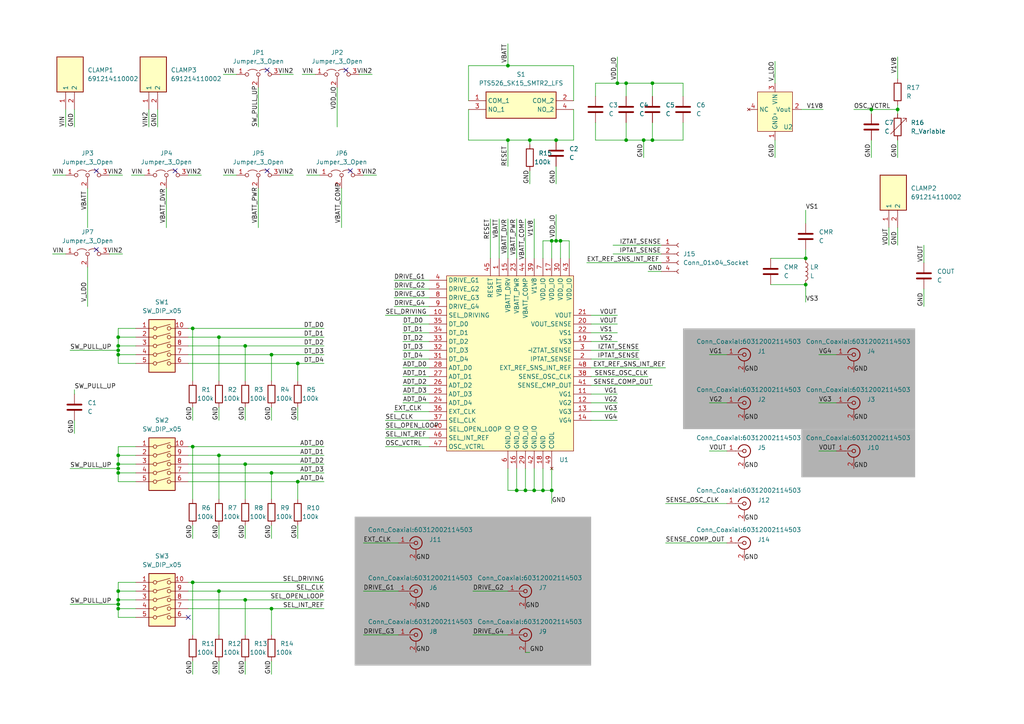
<source format=kicad_sch>
(kicad_sch (version 20230121) (generator eeschema)
  (paper "A4")
  (lib_symbols
    (symbol "Connector:Conn_01x04_Socket" (pin_names (offset 1.016) hide)
      (property "Reference" "J" (at 0 5.08 0))
      (property "Value" "Conn_01x04_Socket" (at 0 -7.62 0))
      (symbol "Conn_01x04_Socket_1_1"
        (arc (start 0 -4.572) (mid -0.5058 -5.08) (end 0 -5.588) (stroke (width 0.1524)))
        (arc (start 0 -2.032) (mid -0.5058 -2.54) (end 0 -3.048) (stroke (width 0.1524)))
        (polyline (pts (xy -1.27 -5.08) (xy -0.508 -5.08)) (stroke (width 0.1524)))
        (polyline (pts (xy -1.27 -2.54) (xy -0.508 -2.54)) (stroke (width 0.1524)))
        (polyline (pts (xy -1.27 0) (xy -0.508 0)) (stroke (width 0.1524)))
        (polyline (pts (xy -1.27 2.54) (xy -0.508 2.54)) (stroke (width 0.1524)))
        (arc (start 0 0.508) (mid -0.5058 0) (end 0 -0.508) (stroke (width 0.1524)))
        (arc (start 0 3.048) (mid -0.5058 2.54) (end 0 2.032) (stroke (width 0.1524)))
        (pin passive line (at -5.08 2.54 0) (length 3.81) (name "Pin_1") (number "1"))
        (pin passive line (at -5.08 0 0) (length 3.81) (name "Pin_2") (number "2"))
        (pin passive line (at -5.08 -2.54 0) (length 3.81) (name "Pin_3") (number "3"))
        (pin passive line (at -5.08 -5.08 0) (length 3.81) (name "Pin_4") (number "4"))
      )
    )
    (symbol "Connector:Conn_Coaxial" (pin_names (offset 1.016) hide)
      (property "Reference" "J" (at 0.254 3.048 0))
      (property "Value" "Conn_Coaxial" (at 2.921 0 90))
      (symbol "Conn_Coaxial_0_1"
        (arc (start -1.778 -0.508) (mid 0.2311 -1.8066) (end 1.778 0) (stroke (width 0.254)))
        (polyline (pts (xy -2.54 0) (xy -0.508 0)))
        (polyline (pts (xy 0 -2.54) (xy 0 -1.778)))
        (circle (center 0 0) (radius 0.508) (stroke (width 0.2032)))
        (arc (start 1.778 0) (mid 0.2099 1.8101) (end -1.778 0.508) (stroke (width 0.254)))
      )
      (symbol "Conn_Coaxial_1_1"
        (pin passive line (at -5.08 0 0) (length 2.54) (name "In") (number "1"))
        (pin passive line (at 0 -5.08 90) (length 2.54) (name "Ext") (number "2"))
      )
    )
    (symbol "Device:C" (pin_numbers hide) (pin_names (offset 0.254))
      (property "Reference" "C" (at 0.635 2.54 0))
      (property "Value" "C" (at 0.635 -2.54 0))
      (symbol "C_0_1"
        (polyline (pts (xy -2.032 -0.762) (xy 2.032 -0.762)) (stroke (width 0.508)))
        (polyline (pts (xy -2.032 0.762) (xy 2.032 0.762)) (stroke (width 0.508)))
      )
      (symbol "C_1_1"
        (pin passive line (at 0 3.81 270) (length 2.794) (name "~") (number "1"))
        (pin passive line (at 0 -3.81 90) (length 2.794) (name "~") (number "2"))
      )
    )
    (symbol "Device:L" (pin_numbers hide) (pin_names (offset 1.016) hide)
      (property "Reference" "L" (at -1.27 0 90))
      (property "Value" "L" (at 1.905 0 90))
      (symbol "L_0_1"
        (arc (start 0 -2.54) (mid 0.6323 -1.905) (end 0 -1.27))
        (arc (start 0 -1.27) (mid 0.6323 -0.635) (end 0 0))
        (arc (start 0 0) (mid 0.6323 0.635) (end 0 1.27))
        (arc (start 0 1.27) (mid 0.6323 1.905) (end 0 2.54))
      )
      (symbol "L_1_1"
        (pin passive line (at 0 3.81 270) (length 1.27) (name "1") (number "1"))
        (pin passive line (at 0 -3.81 90) (length 1.27) (name "2") (number "2"))
      )
    )
    (symbol "Device:R" (pin_numbers hide) (pin_names (offset 0))
      (property "Reference" "R" (at 2.032 0 90))
      (property "Value" "R" (at 0 0 90))
      (symbol "R_0_1"
        (rectangle (start -1.016 -2.54) (end 1.016 2.54) (stroke (width 0.254)))
      )
      (symbol "R_1_1"
        (pin passive line (at 0 3.81 270) (length 1.27) (name "~") (number "1"))
        (pin passive line (at 0 -3.81 90) (length 1.27) (name "~") (number "2"))
      )
    )
    (symbol "Device:R_Variable" (pin_numbers hide) (pin_names (offset 0))
      (property "Reference" "R" (at 2.54 -2.54 90))
      (property "Value" "R_Variable" (at -2.54 -1.27 90))
      (symbol "R_Variable_0_1"
        (rectangle (start -1.016 -2.54) (end 1.016 2.54) (stroke (width 0.254)))
        (polyline (pts (xy 2.54 1.524) (xy 2.54 2.54) (xy 1.524 2.54) (xy 2.54 2.54) (xy -2.032 -2.032)))
      )
      (symbol "R_Variable_1_1"
        (pin passive line (at 0 3.81 270) (length 1.27) (name "~") (number "1"))
        (pin passive line (at 0 -3.81 90) (length 1.27) (name "~") (number "2"))
      )
    )
    (symbol "Jumper:Jumper_3_Open" (pin_names (offset 0) hide)
      (property "Reference" "JP" (at -2.54 -2.54 0))
      (property "Value" "Jumper_3_Open" (at 0 2.794 0))
      (symbol "Jumper_3_Open_0_0"
        (circle (center -3.302 0) (radius 0.508))
        (circle (center 0 0) (radius 0.508))
        (circle (center 3.302 0) (radius 0.508))
      )
      (symbol "Jumper_3_Open_0_1"
        (arc (start -0.254 1.016) (mid -1.651 1.4992) (end -3.048 1.016))
        (polyline (pts (xy 0 -0.508) (xy 0 -1.27)))
        (arc (start 3.048 1.016) (mid 1.651 1.4992) (end 0.254 1.016))
      )
      (symbol "Jumper_3_Open_1_1"
        (pin passive line (at -6.35 0 0) (length 2.54) (name "A") (number "1"))
        (pin passive line (at 0 -3.81 90) (length 2.54) (name "C") (number "2"))
        (pin passive line (at 6.35 0 180) (length 2.54) (name "B") (number "3"))
      )
    )
    (symbol "LCL:LD1117AS18TR"
      (property "Reference" "U" (at 3.81 -3.81 0))
      (symbol "LD1117AS18TR_1_1"
        (rectangle (start -5.08 6.35) (end 5.08 -5.08) (fill (type background)))
        (pin input line (at 0 -7.62 90) (length 2.54) (name "GND") (number "1"))
        (pin input line (at 7.62 1.27 180) (length 2.54) (name "Vout") (number "2"))
        (pin input line (at 0 8.89 270) (length 2.54) (name "VIN") (number "3"))
        (pin no_connect line (at -7.62 1.27 0) (length 2.54) (name "NC") (number "4"))
      )
    )
    (symbol "LCL:STMKL85"
      (property "Reference" "U" (at 5.08 0 0))
      (symbol "STMKL85_1_1"
        (rectangle (start -19.05 21.59) (end 17.78 -29.21) (fill (type background)))
        (pin power_in line (at -3.81 26.67 270) (length 5.08) (name "VBATT") (number "1"))
        (pin input line (at -24.13 10.16 0) (length 5.08) (name "SEL_DRIVING") (number "10"))
        (pin input line (at 22.86 -12.7 180) (length 5.08) (name "VG1") (number "11"))
        (pin input line (at 22.86 -15.24 180) (length 5.08) (name "VG2") (number "12"))
        (pin input line (at 22.86 -17.78 180) (length 5.08) (name "VG3") (number "13"))
        (pin input line (at 22.86 -20.32 180) (length 5.08) (name "VG4") (number "14"))
        (pin output line (at -1.27 26.67 270) (length 5.08) (name "VBATT_DRV") (number "15"))
        (pin power_in line (at 1.27 -34.29 90) (length 5.08) (name "GND_IO") (number "16"))
        (pin output line (at 11.43 26.67 270) (length 5.08) (name "VDD_IO") (number "17"))
        (pin power_in line (at 8.89 -34.29 90) (length 5.08) (name "GND") (number "18"))
        (pin power_out line (at 22.86 2.54 180) (length 5.08) (name "VS3") (number "19"))
        (pin output line (at 22.86 -2.54 180) (length 5.08) (name "IPTAT_SENSE") (number "2"))
        (pin output line (at 22.86 7.62 180) (length 5.08) (name "VOUT_SENSE") (number "20"))
        (pin power_out line (at 22.86 10.16 180) (length 5.08) (name "VOUT") (number "21"))
        (pin power_out line (at 22.86 5.08 180) (length 5.08) (name "VS1") (number "22"))
        (pin output line (at 1.27 26.67 270) (length 5.08) (name "VBATT_PWR") (number "23"))
        (pin input line (at -24.13 -15.24 0) (length 5.08) (name "ADT_D4") (number "24"))
        (pin input line (at -24.13 -12.7 0) (length 5.08) (name "ADT_D3") (number "25"))
        (pin input line (at -24.13 -10.16 0) (length 5.08) (name "ADT_D2") (number "26"))
        (pin input line (at -24.13 -7.62 0) (length 5.08) (name "ADT_D1") (number "27"))
        (pin input line (at -24.13 -5.08 0) (length 5.08) (name "ADT_D0") (number "28"))
        (pin power_in line (at 3.81 -34.29 90) (length 5.08) (name "GND_IO") (number "29"))
        (pin output line (at 22.86 0 180) (length 5.08) (name "IZTAT_SENSE") (number "3"))
        (pin output line (at 13.97 26.67 270) (length 5.08) (name "VDD_IO") (number "30"))
        (pin input line (at -24.13 -2.54 0) (length 5.08) (name "DT_D4") (number "31"))
        (pin input line (at -24.13 0 0) (length 5.08) (name "DT_D3") (number "32"))
        (pin input line (at -24.13 2.54 0) (length 5.08) (name "DT_D2") (number "33"))
        (pin input line (at -24.13 5.08 0) (length 5.08) (name "DT_D1") (number "34"))
        (pin input line (at -24.13 7.62 0) (length 5.08) (name "DT_D0") (number "35"))
        (pin input line (at -24.13 -17.78 0) (length 5.08) (name "EXT_CLK") (number "36"))
        (pin input line (at -24.13 -20.32 0) (length 5.08) (name "SEL_CLK") (number "37"))
        (pin output line (at 22.86 -7.62 180) (length 5.08) (name "SENSE_OSC_CLK") (number "38"))
        (pin power_in line (at 6.35 26.67 270) (length 5.08) (name "V1V8") (number "39"))
        (pin input line (at -24.13 20.32 0) (length 5.08) (name "DRIVE_G1") (number "4"))
        (pin input line (at -24.13 -22.86 0) (length 5.08) (name "SEL_OPEN_LOOP") (number "40"))
        (pin output line (at 22.86 -10.16 180) (length 5.08) (name "SENSE_CMP_OUT") (number "41"))
        (pin power_in line (at 6.35 -34.29 90) (length 5.08) (name "GND_IO") (number "42"))
        (pin power_in line (at 16.51 26.67 270) (length 5.08) (name "VDD_IO") (number "43"))
        (pin power_in line (at 3.81 26.67 270) (length 5.08) (name "VBATT_COMP") (number "44"))
        (pin input line (at -6.35 26.67 270) (length 5.08) (name "RESET") (number "45"))
        (pin input line (at -24.13 -25.4 0) (length 5.08) (name "SEL_INT_REF") (number "46"))
        (pin input line (at -24.13 -27.94 0) (length 5.08) (name "OSC_VCTRL") (number "47"))
        (pin output line (at 22.86 -5.08 180) (length 5.08) (name "EXT_REF_SNS_INT_REF") (number "48"))
        (pin no_connect line (at 11.43 -34.29 90) (length 5.08) (name "COOL") (number "49"))
        (pin input line (at -24.13 17.78 0) (length 5.08) (name "DRIVE_G2") (number "5"))
        (pin power_in line (at -1.27 -34.29 90) (length 5.08) (name "GND_IO") (number "6"))
        (pin power_in line (at 8.89 26.67 270) (length 5.08) (name "VDD_IO") (number "7"))
        (pin input line (at -24.13 15.24 0) (length 5.08) (name "DRIVE_G3") (number "8"))
        (pin input line (at -24.13 12.7 0) (length 5.08) (name "DRIVE_G4") (number "9"))
      )
    )
    (symbol "SamacSys_Parts:691214110002"
      (property "Reference" "J" (at 16.51 7.62 0))
      (property "Value" "691214110002" (at 16.51 5.08 0))
      (symbol "691214110002_1_1"
        (rectangle (start 5.08 2.54) (end 15.24 -5.08) (stroke (width 0.254)) (fill (type background)))
        (pin passive line (at 0 0 0) (length 5.08) (name "1") (number "1"))
        (pin passive line (at 0 -2.54 0) (length 5.08) (name "2") (number "2"))
      )
    )
    (symbol "SamacSys_Parts:PTS526_SK15_SMTR2_LFS"
      (property "Reference" "S" (at 26.67 7.62 0))
      (property "Value" "PTS526_SK15_SMTR2_LFS" (at 26.67 5.08 0))
      (symbol "PTS526_SK15_SMTR2_LFS_1_1"
        (rectangle (start 5.08 2.54) (end 25.4 -5.08) (stroke (width 0.254)) (fill (type background)))
        (pin passive line (at 0 0 0) (length 5.08) (name "COM_1") (number "1"))
        (pin passive line (at 30.48 0 180) (length 5.08) (name "COM_2") (number "2"))
        (pin passive line (at 0 -2.54 0) (length 5.08) (name "NO_1") (number "3"))
        (pin passive line (at 30.48 -2.54 180) (length 5.08) (name "NO_2") (number "4"))
      )
    )
    (symbol "Switch:SW_DIP_x05" (pin_names (offset 0) hide)
      (property "Reference" "SW" (at 0 8.89 0))
      (property "Value" "SW_DIP_x05" (at 0 -8.89 0))
      (symbol "SW_DIP_x05_0_0"
        (circle (center -2.032 -5.08) (radius 0.508))
        (circle (center -2.032 -2.54) (radius 0.508))
        (circle (center -2.032 0) (radius 0.508))
        (circle (center -2.032 2.54) (radius 0.508))
        (circle (center -2.032 5.08) (radius 0.508))
        (polyline (pts (xy -1.524 -4.9276) (xy 2.3622 -3.8862)))
        (polyline (pts (xy -1.524 -2.3876) (xy 2.3622 -1.3462)))
        (polyline (pts (xy -1.524 0.127) (xy 2.3622 1.1684)))
        (polyline (pts (xy -1.524 2.667) (xy 2.3622 3.7084)))
        (polyline (pts (xy -1.524 5.207) (xy 2.3622 6.2484)))
        (circle (center 2.032 -5.08) (radius 0.508))
        (circle (center 2.032 -2.54) (radius 0.508))
        (circle (center 2.032 0) (radius 0.508))
        (circle (center 2.032 2.54) (radius 0.508))
        (circle (center 2.032 5.08) (radius 0.508))
      )
      (symbol "SW_DIP_x05_0_1"
        (rectangle (start -3.81 7.62) (end 3.81 -7.62) (stroke (width 0.254)) (fill (type background)))
      )
      (symbol "SW_DIP_x05_1_1"
        (pin passive line (at -7.62 5.08 0) (length 5.08) (name "~") (number "1"))
        (pin passive line (at 7.62 5.08 180) (length 5.08) (name "~") (number "10"))
        (pin passive line (at -7.62 2.54 0) (length 5.08) (name "~") (number "2"))
        (pin passive line (at -7.62 0 0) (length 5.08) (name "~") (number "3"))
        (pin passive line (at -7.62 -2.54 0) (length 5.08) (name "~") (number "4"))
        (pin passive line (at -7.62 -5.08 0) (length 5.08) (name "~") (number "5"))
        (pin passive line (at 7.62 -5.08 180) (length 5.08) (name "~") (number "6"))
        (pin passive line (at 7.62 -2.54 180) (length 5.08) (name "~") (number "7"))
        (pin passive line (at 7.62 0 180) (length 5.08) (name "~") (number "8"))
        (pin passive line (at 7.62 2.54 180) (length 5.08) (name "~") (number "9"))
      )
    )
  )
  (junction (at 71.12 134.62))
  (junction (at 86.36 139.7))
  (junction (at 186.69 40.64))
  (junction (at 78.74 176.53))
  (junction (at 162.56 69.85))
  (junction (at 147.32 40.64))
  (junction (at 260.35 31.75))
  (junction (at 78.74 102.87))
  (junction (at 161.29 40.64))
  (junction (at 34.29 97.79))
  (junction (at 34.29 173.99))
  (junction (at 34.29 102.87))
  (junction (at 34.29 132.08))
  (junction (at 149.86 142.24))
  (junction (at 252.73 31.75))
  (junction (at 152.4 142.24))
  (junction (at 34.29 175.26))
  (junction (at 71.12 100.33))
  (junction (at 233.68 74.93))
  (junction (at 181.61 24.13))
  (junction (at 179.07 24.13))
  (junction (at 189.23 40.64))
  (junction (at 86.36 105.41))
  (junction (at 160.02 142.24))
  (junction (at 63.5 132.08))
  (junction (at 55.88 129.54))
  (junction (at 63.5 171.45))
  (junction (at 34.29 101.6))
  (junction (at 34.29 134.62))
  (junction (at 160.02 69.85))
  (junction (at 233.68 82.55))
  (junction (at 154.94 142.24))
  (junction (at 181.61 40.64))
  (junction (at 55.88 168.91))
  (junction (at 189.23 24.13))
  (junction (at 34.29 137.16))
  (junction (at 78.74 137.16))
  (junction (at 34.29 135.89))
  (junction (at 161.29 69.85))
  (junction (at 34.29 171.45))
  (junction (at 71.12 173.99))
  (junction (at 63.5 97.79))
  (junction (at 157.48 142.24))
  (junction (at 147.32 19.05))
  (junction (at 153.67 40.64))
  (junction (at 34.29 100.33))
  (junction (at 55.88 95.25))
  (junction (at 34.29 176.53))
  (no_connect (at 77.47 49.53))
  (no_connect (at 77.47 20.32))
  (no_connect (at 50.8 49.53))
  (no_connect (at 27.94 49.53))
  (no_connect (at 101.6 49.53))
  (no_connect (at 27.94 72.39))
  (no_connect (at 100.33 20.32))
  (no_connect (at 54.61 179.07))
  (wire (pts (xy 105.41 157.48) (xy 115.57 157.48)))
  (wire (pts (xy 187.96 109.22) (xy 171.45 109.22)))
  (wire (pts (xy 111.76 127) (xy 124.46 127)))
  (wire (pts (xy 181.61 24.13) (xy 179.07 24.13)))
  (wire (pts (xy 172.72 24.13) (xy 172.72 27.94)))
  (wire (pts (xy 93.98 102.87) (xy 78.74 102.87)))
  (wire (pts (xy 149.86 63.5) (xy 149.86 74.93)))
  (wire (pts (xy 20.32 175.26) (xy 34.29 175.26)))
  (wire (pts (xy 86.36 152.4) (xy 86.36 156.21)))
  (wire (pts (xy 21.59 31.75) (xy 21.59 36.83)))
  (wire (pts (xy 124.46 99.06) (xy 116.84 99.06)))
  (wire (pts (xy 54.61 105.41) (xy 86.36 105.41)))
  (wire (pts (xy 267.97 71.12) (xy 267.97 76.2)))
  (wire (pts (xy 63.5 144.78) (xy 63.5 132.08)))
  (wire (pts (xy 198.12 24.13) (xy 189.23 24.13)))
  (wire (pts (xy 54.61 171.45) (xy 63.5 171.45)))
  (wire (pts (xy 93.98 173.99) (xy 71.12 173.99)))
  (wire (pts (xy 165.1 74.93) (xy 165.1 69.85)))
  (wire (pts (xy 149.86 142.24) (xy 152.4 142.24)))
  (wire (pts (xy 114.3 81.28) (xy 124.46 81.28)))
  (wire (pts (xy 34.29 173.99) (xy 34.29 175.26)))
  (wire (pts (xy 78.74 102.87) (xy 78.74 110.49)))
  (wire (pts (xy 78.74 137.16) (xy 78.74 144.78)))
  (wire (pts (xy 233.68 72.39) (xy 233.68 74.93)))
  (wire (pts (xy 114.3 83.82) (xy 124.46 83.82)))
  (wire (pts (xy 71.12 152.4) (xy 71.12 156.21)))
  (wire (pts (xy 172.72 35.56) (xy 172.72 40.64)))
  (wire (pts (xy 34.29 173.99) (xy 39.37 173.99)))
  (wire (pts (xy 223.52 82.55) (xy 233.68 82.55)))
  (wire (pts (xy 157.48 69.85) (xy 157.48 74.93)))
  (wire (pts (xy 78.74 118.11) (xy 78.74 121.92)))
  (wire (pts (xy 93.98 105.41) (xy 86.36 105.41)))
  (wire (pts (xy 71.12 134.62) (xy 71.12 144.78)))
  (wire (pts (xy 34.29 134.62) (xy 34.29 135.89)))
  (wire (pts (xy 260.35 30.48) (xy 260.35 31.75)))
  (wire (pts (xy 54.61 97.79) (xy 63.5 97.79)))
  (wire (pts (xy 179.07 16.51) (xy 179.07 24.13)))
  (wire (pts (xy 55.88 95.25) (xy 55.88 110.49)))
  (wire (pts (xy 257.81 71.12) (xy 257.81 66.04)))
  (wire (pts (xy 55.88 152.4) (xy 55.88 156.21)))
  (wire (pts (xy 166.37 19.05) (xy 166.37 29.21)))
  (wire (pts (xy 153.67 49.53) (xy 153.67 53.34)))
  (wire (pts (xy 171.45 99.06) (xy 179.07 99.06)))
  (wire (pts (xy 181.61 24.13) (xy 181.61 27.94)))
  (wire (pts (xy 237.49 116.84) (xy 242.57 116.84)))
  (wire (pts (xy 137.16 171.45) (xy 147.32 171.45)))
  (wire (pts (xy 205.74 130.81) (xy 210.82 130.81)))
  (wire (pts (xy 191.77 71.12) (xy 177.8 71.12)))
  (wire (pts (xy 198.12 35.56) (xy 198.12 40.64)))
  (wire (pts (xy 157.48 135.89) (xy 157.48 142.24)))
  (wire (pts (xy 48.26 54.61) (xy 48.26 66.04)))
  (wire (pts (xy 34.29 137.16) (xy 39.37 137.16)))
  (wire (pts (xy 152.4 63.5) (xy 152.4 74.93)))
  (wire (pts (xy 147.32 142.24) (xy 149.86 142.24)))
  (wire (pts (xy 34.29 139.7) (xy 39.37 139.7)))
  (wire (pts (xy 260.35 31.75) (xy 260.35 33.02)))
  (wire (pts (xy 63.5 152.4) (xy 63.5 156.21)))
  (wire (pts (xy 161.29 69.85) (xy 162.56 69.85)))
  (wire (pts (xy 198.12 27.94) (xy 198.12 24.13)))
  (wire (pts (xy 55.88 168.91) (xy 55.88 184.15)))
  (wire (pts (xy 154.94 135.89) (xy 154.94 142.24)))
  (wire (pts (xy 93.98 137.16) (xy 78.74 137.16)))
  (wire (pts (xy 34.29 100.33) (xy 34.29 101.6)))
  (wire (pts (xy 267.97 83.82) (xy 267.97 88.9)))
  (wire (pts (xy 38.1 50.8) (xy 41.91 50.8)))
  (wire (pts (xy 157.48 142.24) (xy 160.02 142.24)))
  (wire (pts (xy 93.98 139.7) (xy 86.36 139.7)))
  (wire (pts (xy 160.02 146.05) (xy 160.02 142.24)))
  (wire (pts (xy 93.98 171.45) (xy 63.5 171.45)))
  (wire (pts (xy 34.29 97.79) (xy 34.29 100.33)))
  (wire (pts (xy 20.32 135.89) (xy 34.29 135.89)))
  (wire (pts (xy 165.1 69.85) (xy 162.56 69.85)))
  (wire (pts (xy 193.04 146.05) (xy 210.82 146.05)))
  (wire (pts (xy 233.68 60.96) (xy 233.68 64.77)))
  (wire (pts (xy 19.05 36.83) (xy 19.05 31.75)))
  (wire (pts (xy 171.45 114.3) (xy 179.07 114.3)))
  (wire (pts (xy 160.02 69.85) (xy 157.48 69.85)))
  (wire (pts (xy 124.46 93.98) (xy 116.84 93.98)))
  (wire (pts (xy 54.61 95.25) (xy 55.88 95.25)))
  (wire (pts (xy 160.02 69.85) (xy 161.29 69.85)))
  (wire (pts (xy 147.32 63.5) (xy 147.32 74.93)))
  (wire (pts (xy 86.36 139.7) (xy 86.36 144.78)))
  (wire (pts (xy 144.78 63.5) (xy 144.78 74.93)))
  (wire (pts (xy 21.59 114.3) (xy 21.59 113.03)))
  (wire (pts (xy 154.94 63.5) (xy 154.94 74.93)))
  (wire (pts (xy 86.36 118.11) (xy 86.36 121.92)))
  (wire (pts (xy 260.35 22.86) (xy 260.35 16.51)))
  (wire (pts (xy 93.98 132.08) (xy 63.5 132.08)))
  (wire (pts (xy 55.88 129.54) (xy 55.88 144.78)))
  (wire (pts (xy 107.95 21.59) (xy 104.14 21.59)))
  (wire (pts (xy 162.56 69.85) (xy 162.56 74.93)))
  (wire (pts (xy 54.61 134.62) (xy 71.12 134.62)))
  (wire (pts (xy 149.86 135.89) (xy 149.86 142.24)))
  (wire (pts (xy 54.61 176.53) (xy 78.74 176.53)))
  (wire (pts (xy 64.77 50.8) (xy 68.58 50.8)))
  (wire (pts (xy 34.29 132.08) (xy 39.37 132.08)))
  (wire (pts (xy 193.04 157.48) (xy 210.82 157.48)))
  (wire (pts (xy 55.88 118.11) (xy 55.88 121.92)))
  (wire (pts (xy 43.18 36.83) (xy 43.18 31.75)))
  (wire (pts (xy 179.07 91.44) (xy 171.45 91.44)))
  (wire (pts (xy 105.41 171.45) (xy 115.57 171.45)))
  (wire (pts (xy 105.41 184.15) (xy 115.57 184.15)))
  (wire (pts (xy 224.79 40.64) (xy 224.79 45.72)))
  (wire (pts (xy 181.61 40.64) (xy 186.69 40.64)))
  (wire (pts (xy 124.46 101.6) (xy 116.84 101.6)))
  (wire (pts (xy 97.79 36.83) (xy 97.79 25.4)))
  (wire (pts (xy 223.52 74.93) (xy 233.68 74.93)))
  (wire (pts (xy 193.04 106.68) (xy 171.45 106.68)))
  (wire (pts (xy 25.4 66.04) (xy 25.4 54.61)))
  (wire (pts (xy 166.37 40.64) (xy 161.29 40.64)))
  (wire (pts (xy 34.29 168.91) (xy 34.29 171.45)))
  (wire (pts (xy 147.32 40.64) (xy 135.89 40.64)))
  (wire (pts (xy 34.29 132.08) (xy 34.29 134.62)))
  (wire (pts (xy 111.76 124.46) (xy 124.46 124.46)))
  (wire (pts (xy 34.29 97.79) (xy 39.37 97.79)))
  (wire (pts (xy 45.72 31.75) (xy 45.72 36.83)))
  (wire (pts (xy 181.61 35.56) (xy 181.61 40.64)))
  (wire (pts (xy 35.56 50.8) (xy 31.75 50.8)))
  (wire (pts (xy 93.98 176.53) (xy 78.74 176.53)))
  (wire (pts (xy 35.56 73.66) (xy 31.75 73.66)))
  (wire (pts (xy 39.37 168.91) (xy 34.29 168.91)))
  (wire (pts (xy 34.29 105.41) (xy 39.37 105.41)))
  (wire (pts (xy 71.12 118.11) (xy 71.12 121.92)))
  (wire (pts (xy 147.32 135.89) (xy 147.32 142.24)))
  (wire (pts (xy 160.02 69.85) (xy 160.02 74.93)))
  (wire (pts (xy 187.96 78.74) (xy 191.77 78.74)))
  (wire (pts (xy 124.46 104.14) (xy 116.84 104.14)))
  (wire (pts (xy 189.23 24.13) (xy 189.23 27.94)))
  (wire (pts (xy 142.24 74.93) (xy 142.24 63.5)))
  (wire (pts (xy 93.98 97.79) (xy 63.5 97.79)))
  (wire (pts (xy 124.46 111.76) (xy 116.84 111.76)))
  (wire (pts (xy 171.45 119.38) (xy 179.07 119.38)))
  (wire (pts (xy 137.16 184.15) (xy 147.32 184.15)))
  (wire (pts (xy 71.12 173.99) (xy 71.12 184.15)))
  (wire (pts (xy 152.4 135.89) (xy 152.4 142.24)))
  (wire (pts (xy 191.77 73.66) (xy 177.8 73.66)))
  (wire (pts (xy 78.74 191.77) (xy 78.74 195.58)))
  (wire (pts (xy 54.61 129.54) (xy 55.88 129.54)))
  (wire (pts (xy 20.32 101.6) (xy 34.29 101.6)))
  (wire (pts (xy 147.32 40.64) (xy 147.32 48.26)))
  (wire (pts (xy 247.65 31.75) (xy 252.73 31.75)))
  (wire (pts (xy 85.09 50.8) (xy 81.28 50.8)))
  (wire (pts (xy 63.5 184.15) (xy 63.5 171.45)))
  (wire (pts (xy 34.29 171.45) (xy 34.29 173.99)))
  (wire (pts (xy 85.09 21.59) (xy 81.28 21.59)))
  (wire (pts (xy 232.41 31.75) (xy 238.76 31.75)))
  (wire (pts (xy 78.74 152.4) (xy 78.74 156.21)))
  (wire (pts (xy 179.07 24.13) (xy 172.72 24.13)))
  (wire (pts (xy 34.29 175.26) (xy 34.29 176.53)))
  (wire (pts (xy 161.29 40.64) (xy 153.67 40.64)))
  (wire (pts (xy 124.46 96.52) (xy 116.84 96.52)))
  (wire (pts (xy 55.88 129.54) (xy 93.98 129.54)))
  (wire (pts (xy 186.69 40.64) (xy 189.23 40.64)))
  (wire (pts (xy 114.3 88.9) (xy 124.46 88.9)))
  (wire (pts (xy 179.07 96.52) (xy 171.45 96.52)))
  (wire (pts (xy 237.49 102.87) (xy 242.57 102.87)))
  (wire (pts (xy 34.29 176.53) (xy 39.37 176.53)))
  (wire (pts (xy 172.72 40.64) (xy 181.61 40.64)))
  (wire (pts (xy 86.36 105.41) (xy 86.36 110.49)))
  (wire (pts (xy 189.23 35.56) (xy 189.23 40.64)))
  (wire (pts (xy 74.93 36.83) (xy 74.93 25.4)))
  (wire (pts (xy 205.74 116.84) (xy 210.82 116.84)))
  (wire (pts (xy 21.59 121.92) (xy 21.59 125.73)))
  (wire (pts (xy 39.37 95.25) (xy 34.29 95.25)))
  (wire (pts (xy 34.29 176.53) (xy 34.29 179.07)))
  (wire (pts (xy 34.29 102.87) (xy 34.29 105.41)))
  (wire (pts (xy 135.89 19.05) (xy 147.32 19.05)))
  (wire (pts (xy 252.73 45.72) (xy 252.73 40.64)))
  (wire (pts (xy 99.06 54.61) (xy 99.06 66.04)))
  (wire (pts (xy 153.67 41.91) (xy 153.67 40.64)))
  (wire (pts (xy 34.29 102.87) (xy 39.37 102.87)))
  (wire (pts (xy 160.02 135.89) (xy 160.02 142.24)))
  (wire (pts (xy 161.29 62.23) (xy 161.29 69.85)))
  (wire (pts (xy 54.61 132.08) (xy 63.5 132.08)))
  (wire (pts (xy 54.61 168.91) (xy 55.88 168.91)))
  (wire (pts (xy 93.98 100.33) (xy 71.12 100.33)))
  (wire (pts (xy 87.63 21.59) (xy 91.44 21.59)))
  (wire (pts (xy 186.69 45.72) (xy 186.69 40.64)))
  (wire (pts (xy 185.42 104.14) (xy 171.45 104.14)))
  (wire (pts (xy 260.35 66.04) (xy 260.35 71.12)))
  (wire (pts (xy 153.67 40.64) (xy 147.32 40.64)))
  (wire (pts (xy 260.35 40.64) (xy 260.35 45.72)))
  (wire (pts (xy 124.46 114.3) (xy 116.84 114.3)))
  (wire (pts (xy 55.88 191.77) (xy 55.88 195.58)))
  (wire (pts (xy 252.73 31.75) (xy 260.35 31.75)))
  (wire (pts (xy 63.5 191.77) (xy 63.5 195.58)))
  (wire (pts (xy 15.24 50.8) (xy 19.05 50.8)))
  (wire (pts (xy 161.29 48.26) (xy 161.29 53.34)))
  (wire (pts (xy 189.23 24.13) (xy 181.61 24.13)))
  (wire (pts (xy 93.98 134.62) (xy 71.12 134.62)))
  (wire (pts (xy 34.29 135.89) (xy 34.29 137.16)))
  (wire (pts (xy 55.88 168.91) (xy 93.98 168.91)))
  (wire (pts (xy 34.29 137.16) (xy 34.29 139.7)))
  (wire (pts (xy 170.18 76.2) (xy 191.77 76.2)))
  (wire (pts (xy 135.89 29.21) (xy 135.89 19.05)))
  (wire (pts (xy 135.89 31.75) (xy 135.89 40.64)))
  (wire (pts (xy 154.94 142.24) (xy 157.48 142.24)))
  (wire (pts (xy 71.12 191.77) (xy 71.12 195.58)))
  (wire (pts (xy 78.74 176.53) (xy 78.74 184.15)))
  (wire (pts (xy 124.46 116.84) (xy 116.84 116.84)))
  (wire (pts (xy 15.24 73.66) (xy 19.05 73.66)))
  (wire (pts (xy 111.76 91.44) (xy 124.46 91.44)))
  (wire (pts (xy 54.61 139.7) (xy 86.36 139.7)))
  (wire (pts (xy 111.76 121.92) (xy 124.46 121.92)))
  (wire (pts (xy 34.29 100.33) (xy 39.37 100.33)))
  (wire (pts (xy 189.23 111.76) (xy 171.45 111.76)))
  (wire (pts (xy 237.49 130.81) (xy 242.57 130.81)))
  (wire (pts (xy 64.77 21.59) (xy 68.58 21.59)))
  (wire (pts (xy 152.4 142.24) (xy 154.94 142.24)))
  (wire (pts (xy 34.29 129.54) (xy 34.29 132.08)))
  (wire (pts (xy 147.32 19.05) (xy 166.37 19.05)))
  (wire (pts (xy 39.37 129.54) (xy 34.29 129.54)))
  (wire (pts (xy 25.4 77.47) (xy 25.4 88.9)))
  (wire (pts (xy 109.22 50.8) (xy 105.41 50.8)))
  (wire (pts (xy 124.46 106.68) (xy 116.84 106.68)))
  (wire (pts (xy 171.45 116.84) (xy 179.07 116.84)))
  (wire (pts (xy 189.23 40.64) (xy 198.12 40.64)))
  (wire (pts (xy 166.37 31.75) (xy 166.37 40.64)))
  (wire (pts (xy 88.9 50.8) (xy 92.71 50.8)))
  (wire (pts (xy 63.5 110.49) (xy 63.5 97.79)))
  (wire (pts (xy 185.42 101.6) (xy 171.45 101.6)))
  (wire (pts (xy 54.61 173.99) (xy 71.12 173.99)))
  (wire (pts (xy 34.29 171.45) (xy 39.37 171.45)))
  (wire (pts (xy 55.88 95.25) (xy 93.98 95.25)))
  (wire (pts (xy 74.93 54.61) (xy 74.93 66.04)))
  (wire (pts (xy 54.61 100.33) (xy 71.12 100.33)))
  (wire (pts (xy 205.74 102.87) (xy 210.82 102.87)))
  (wire (pts (xy 54.61 137.16) (xy 78.74 137.16)))
  (wire (pts (xy 233.68 82.55) (xy 233.68 87.63)))
  (wire (pts (xy 71.12 100.33) (xy 71.12 110.49)))
  (wire (pts (xy 63.5 118.11) (xy 63.5 121.92)))
  (wire (pts (xy 124.46 109.22) (xy 116.84 109.22)))
  (wire (pts (xy 34.29 134.62) (xy 39.37 134.62)))
  (wire (pts (xy 252.73 33.02) (xy 252.73 31.75)))
  (wire (pts (xy 114.3 119.38) (xy 124.46 119.38)))
  (wire (pts (xy 34.29 101.6) (xy 34.29 102.87)))
  (wire (pts (xy 171.45 93.98) (xy 179.07 93.98)))
  (wire (pts (xy 147.32 12.7) (xy 147.32 19.05)))
  (wire (pts (xy 58.42 50.8) (xy 54.61 50.8)))
  (wire (pts (xy 111.76 129.54) (xy 124.46 129.54)))
  (wire (pts (xy 54.61 102.87) (xy 78.74 102.87)))
  (wire (pts (xy 34.29 179.07) (xy 39.37 179.07)))
  (wire (pts (xy 171.45 121.92) (xy 179.07 121.92)))
  (wire (pts (xy 224.79 17.78) (xy 224.79 24.13)))
  (wire (pts (xy 34.29 95.25) (xy 34.29 97.79)))
  (wire (pts (xy 114.3 86.36) (xy 124.46 86.36)))
  (wire (pts (xy 152.4 189.23) (xy 153.67 189.23)))
  (rectangle (start 198.12 95.25) (end 265.43 124.46) (stroke (width -0.0001)) (fill (type color) (color 178 178 178 1)))
  (rectangle (start 102.87 149.86) (end 171.45 193.04) (stroke (width -0.0001)) (fill (type color) (color 178 178 178 1)))
  (rectangle (start 232.41 124.46) (end 265.43 138.43) (stroke (width -0.0001)) (fill (type color) (color 178 178 178 1)))
  (label "VOUT" (at 257.81 71.12 90))
  (label "VOUT" (at 267.97 71.12 270))
  (label "IPTAT_SENSE" (at 185.42 104.14 180))
  (label "SEL_CLK" (at 111.76 121.92 0))
  (label "V_LDO" (at 224.79 17.78 270))
  (label "ADT_D4" (at 93.98 139.7 180))
  (label "ADT_D3" (at 116.84 114.3 0))
  (label "ADT_D0" (at 93.98 129.54 180))
  (label "VIN2" (at 58.42 50.8 180))
  (label "GND" (at 187.96 78.74 0))
  (label "GND" (at 120.65 189.23 0))
  (label "GND" (at 215.9 162.56 0))
  (label "VIN" (at 38.1 50.8 0))
  (label "SEL_INT_REF" (at 111.76 127 0))
  (label "VIN2" (at 35.56 73.66 180))
  (label "GND" (at 45.72 36.83 90))
  (label "GND" (at 55.88 121.92 90))
  (label "GND" (at 260.35 45.72 90))
  (label "VS1" (at 233.68 60.96 0))
  (label "IZTAT_SENSE" (at 191.77 71.12 180))
  (label "VIN2" (at 109.22 50.8 180))
  (label "VBATT_PWR" (at 74.93 64.77 90))
  (label "VOUT" (at 237.49 130.81 0))
  (label "DRIVE_G3" (at 114.3 86.36 0))
  (label "VS3" (at 233.68 87.63 0))
  (label "VS2" (at 173.99 99.06 0))
  (label "GND" (at 247.65 107.95 0))
  (label "VG4" (at 237.49 102.87 0))
  (label "GND" (at 215.9 107.95 0))
  (label "VBATT_DVR" (at 48.26 64.77 90))
  (label "GND" (at 120.65 162.56 0))
  (label "DT_D2" (at 93.98 100.33 180))
  (label "DRIVE_G2" (at 114.3 83.82 0))
  (label "VBATT_PWR" (at 149.86 63.5 270))
  (label "SEL_OPEN_LOOP" (at 93.98 173.99 180))
  (label "V_LDO" (at 25.4 87.63 90))
  (label "GND" (at 215.9 121.92 0))
  (label "GND" (at 86.36 156.21 90))
  (label "SEL_DRIVING" (at 111.76 91.44 0))
  (label "RESET" (at 142.24 63.5 270))
  (label "GND" (at 247.65 121.92 0))
  (label "GND" (at 71.12 156.21 90))
  (label "VIN2" (at 85.09 50.8 180))
  (label "SEL_DRIVING" (at 93.98 168.91 180))
  (label "V1V8" (at 154.94 68.58 90))
  (label "VG4" (at 179.07 121.92 180))
  (label "VBATT_COMP" (at 99.06 64.77 90))
  (label "VOUT" (at 205.74 130.81 0))
  (label "VIN2" (at 43.18 36.83 90))
  (label "VBATT" (at 147.32 12.7 270))
  (label "GND" (at 161.29 53.34 90))
  (label "GND" (at 78.74 121.92 90))
  (label "GND" (at 78.74 195.58 90))
  (label "DT_D1" (at 93.98 97.79 180))
  (label "VDD_IO" (at 161.29 62.23 270))
  (label "SEL_OPEN_LOOP" (at 111.76 124.46 0))
  (label "SW_PULL_UP" (at 20.32 135.89 0))
  (label "DT_D3" (at 93.98 102.87 180))
  (label "VS1" (at 173.99 96.52 0))
  (label "SW_PULL_UP" (at 21.59 113.03 0))
  (label "DT_D3" (at 116.84 101.6 0))
  (label "GND" (at 86.36 121.92 90))
  (label "ADT_D3" (at 93.98 137.16 180))
  (label "VOUT" (at 173.99 93.98 0))
  (label "SW_PULL_UP" (at 20.32 101.6 0))
  (label "V1V8" (at 238.76 31.75 180))
  (label "GND" (at 224.79 45.72 90))
  (label "VG2" (at 179.07 116.84 180))
  (label "VIN" (at 87.63 21.59 0))
  (label "VG1" (at 179.07 114.3 180))
  (label "EXT_CLK" (at 114.3 119.38 0))
  (label "OSC_VCTRL" (at 247.65 31.75 0))
  (label "VIN" (at 64.77 21.59 0))
  (label "GND" (at 260.35 71.12 90))
  (label "VG1" (at 205.74 102.87 0))
  (label "GND" (at 252.73 45.72 90))
  (label "GND" (at 153.67 189.23 0))
  (label "GND" (at 215.9 151.13 0))
  (label "SENSE_OSC_CLK" (at 187.96 109.22 180))
  (label "EXT_REF_SNS_INT_REF" (at 170.18 76.2 0))
  (label "VG2" (at 205.74 116.84 0))
  (label "VG3" (at 179.07 119.38 180))
  (label "SEL_INT_REF" (at 93.98 176.53 180))
  (label "DRIVE_G1" (at 105.41 171.45 0))
  (label "DRIVE_G3" (at 105.41 184.15 0))
  (label "SEL_CLK" (at 93.98 171.45 180))
  (label "EXT_CLK" (at 105.41 157.48 0))
  (label "VIN" (at 19.05 36.83 90))
  (label "SW_PULL_UP" (at 74.93 36.83 90))
  (label "SENSE_OSC_CLK" (at 193.04 146.05 0))
  (label "OSC_VCTRL" (at 111.76 129.54 0))
  (label "DRIVE_G4" (at 137.16 184.15 0))
  (label "ADT_D1" (at 116.84 109.22 0))
  (label "DRIVE_G2" (at 137.16 171.45 0))
  (label "VIN2" (at 85.09 21.59 180))
  (label "EXT_REF_SNS_INT_REF" (at 193.04 106.68 180))
  (label "GND" (at 71.12 195.58 90))
  (label "GND" (at 186.69 45.72 90))
  (label "VIN2" (at 35.56 50.8 180))
  (label "GND" (at 21.59 36.83 90))
  (label "SW_PULL_UP" (at 20.32 175.26 0))
  (label "VBATT_COMP" (at 152.4 63.5 270))
  (label "VG3" (at 237.49 116.84 0))
  (label "DT_D2" (at 116.84 99.06 0))
  (label "VBATT" (at 25.4 60.96 90))
  (label "ADT_D0" (at 116.84 106.68 0))
  (label "VDD_IO" (at 179.07 16.51 270))
  (label "GND" (at 71.12 121.92 90))
  (label "ADT_D2" (at 116.84 111.76 0))
  (label "GND" (at 78.74 156.21 90))
  (label "VBATT" (at 144.78 63.5 270))
  (label "IPTAT_SENSE" (at 191.77 73.66 180))
  (label "ADT_D4" (at 116.84 116.84 0))
  (label "DT_D4" (at 116.84 104.14 0))
  (label "GND" (at 55.88 156.21 90))
  (label "DT_D0" (at 93.98 95.25 180))
  (label "DRIVE_G4" (at 114.3 88.9 0))
  (label "VDD_IO" (at 97.79 31.75 90))
  (label "SENSE_COMP_OUT" (at 193.04 157.48 0))
  (label "DT_D4" (at 93.98 105.41 180))
  (label "GND" (at 120.65 176.53 0))
  (label "VIN" (at 15.24 73.66 0))
  (label "VIN2" (at 107.95 21.59 180))
  (label "GND" (at 153.67 53.34 90))
  (label "GND" (at 160.02 146.05 0))
  (label "V1V8" (at 260.35 16.51 270))
  (label "GND" (at 21.59 125.73 90))
  (label "RESET" (at 147.32 48.26 90))
  (label "GND" (at 215.9 135.89 0))
  (label "SENSE_COMP_OUT" (at 189.23 111.76 180))
  (label "VOUT" (at 173.99 91.44 0))
  (label "GND" (at 63.5 156.21 90))
  (label "DRIVE_G1" (at 114.3 81.28 0))
  (label "GND" (at 267.97 88.9 90))
  (label "IZTAT_SENSE" (at 185.42 101.6 180))
  (label "VIN" (at 64.77 50.8 0))
  (label "GND" (at 247.65 135.89 0))
  (label "GND" (at 152.4 176.53 0))
  (label "VIN" (at 88.9 50.8 0))
  (label "GND" (at 63.5 121.92 90))
  (label "DT_D1" (at 116.84 96.52 0))
  (label "DT_D0" (at 116.84 93.98 0))
  (label "VIN" (at 15.24 50.8 0))
  (label "ADT_D2" (at 93.98 134.62 180))
  (label "GND" (at 63.5 195.58 90))
  (label "GND" (at 55.88 195.58 90))
  (label "VBATT_DVR" (at 147.32 63.5 270))
  (label "ADT_D1" (at 93.98 132.08 180))
  (symbol (lib_id "Jumper:Jumper_3_Open") (at 99.06 50.8 0) (unit 1)
    (property "Reference" "JP6" (at 99.06 44.45 0))
    (property "Value" "Jumper_3_Open" (at 99.06 46.99 0))
    (property "Footprint" "Connector_PinHeader_2.54mm:PinHeader_1x03_P2.54mm_Vertical" (effects hide))
  )
  (symbol (lib_id "Connector:Conn_Coaxial") (at 215.9 157.48 0) (unit 1)
    (property "Reference" "J14" (at 219.71 156.5032 0) (effects (justify left)))
    (property "Value" "Conn_Coaxial:60312002114503" (at 201.93 153.67 0) (effects (justify left)))
    (property "Footprint" "Connector_Coaxial:SMA_Wurth_60312002114503_Vertical" (effects hide))
    (property "Datasheet" " ~" (effects hide))
  )
  (symbol (lib_id "Connector:Conn_Coaxial") (at 215.9 130.81 0) (unit 1)
    (property "Reference" "J5" (at 219.71 129.8332 0) (effects (justify left)))
    (property "Value" "Conn_Coaxial:60312002114503" (at 201.93 127 0) (effects (justify left)))
    (property "Footprint" "Connector_Coaxial:SMA_Wurth_60312002114503_Vertical" (effects hide))
    (property "Datasheet" " ~" (effects hide))
  )
  (symbol (lib_id "Device:R") (at 55.88 114.3 0) (unit 1)
    (property "Reference" "R1" (at 58.42 113.03 0) (effects (justify left)))
    (property "Value" "100k" (at 57.15 115.57 0) (effects (justify left)))
    (property "Footprint" "Resistor_SMD:R_0603_1608Metric_Pad0.98x0.95mm_HandSolder" (effects hide))
  )
  (symbol (lib_id "Connector:Conn_Coaxial") (at 247.65 130.81 0) (unit 1)
    (property "Reference" "J10" (at 251.46 129.8332 0) (effects (justify left)))
    (property "Value" "Conn_Coaxial:60312002114503" (at 233.68 127 0) (effects (justify left)))
    (property "Footprint" "Connector_Coaxial:SMA_Wurth_60312002114503_Vertical" (effects hide))
    (property "Datasheet" " ~" (effects hide))
  )
  (symbol (lib_id "Device:R") (at 63.5 187.96 0) (unit 1)
    (property "Reference" "R12" (at 66.04 186.69 0) (effects (justify left)))
    (property "Value" "100k" (at 64.77 189.23 0) (effects (justify left)))
    (property "Footprint" "Resistor_SMD:R_0603_1608Metric_Pad0.98x0.95mm_HandSolder" (effects hide))
  )
  (symbol (lib_id "Device:R_Variable") (at 260.35 36.83 0) (unit 1)
    (property "Reference" "R16" (at 264.16 35.56 0) (effects (justify left)))
    (property "Value" "R_Variable" (at 264.16 38.1 0) (effects (justify left)))
  )
  (symbol (lib_id "Device:R") (at 55.88 148.59 0) (unit 1)
    (property "Reference" "R6" (at 58.42 147.32 0) (effects (justify left)))
    (property "Value" "100k" (at 57.15 149.86 0) (effects (justify left)))
    (property "Footprint" "Resistor_SMD:R_0603_1608Metric_Pad0.98x0.95mm_HandSolder" (effects hide))
  )
  (symbol (lib_id "Device:C") (at 267.97 80.01 0) (unit 1)
    (property "Reference" "COUT" (at 271.78 78.74 0) (effects (justify left)))
    (property "Value" "C" (at 271.78 81.28 0) (effects (justify left)))
    (property "Footprint" "Capacitor_SMD:C_0201_0603Metric_Pad0.64x0.40mm_HandSolder" (effects hide))
  )
  (symbol (lib_id "Connector:Conn_Coaxial") (at 120.65 184.15 0) (unit 1)
    (property "Reference" "J8" (at 124.46 183.1732 0) (effects (justify left)))
    (property "Value" "Conn_Coaxial:60312002114503" (at 106.68 180.34 0) (effects (justify left)))
    (property "Footprint" "Connector_Coaxial:SMA_Wurth_60312002114503_Vertical" (effects hide))
    (property "Datasheet" " ~" (effects hide))
  )
  (symbol (lib_id "SamacSys_Parts:691214110002") (at 257.81 66.04 90) (unit 1)
    (property "Reference" "CLAMP2" (at 264.16 54.61 90) (effects (justify right)))
    (property "Value" "691214110002" (at 264.16 57.15 90) (effects (justify right)))
    (property "Footprint" "SamacSys_Parts:691214110002" (effects hide))
    (property "Height" "8.7" (effects hide))
    (property "Mouser Part Number" "710-691214110002" (effects hide))
    (property "Mouser Price/Stock" "https://www.mouser.co.uk/ProductDetail/Wurth-Elektronik/691214110002?qs=7gQLVZk5cPmb9EqUyfv%252B2g%3D%3D" (effects hide))
    (property "Manufacturer_Name" "Wurth Elektronik" (effects hide))
    (property "Manufacturer_Part_Number" "691214110002" (effects hide))
  )
  (symbol (lib_id "SamacSys_Parts:PTS526_SK15_SMTR2_LFS") (at 135.89 29.21 0) (unit 1)
    (property "Reference" "S1" (at 151.13 21.59 0))
    (property "Value" "PTS526_SK15_SMTR2_LFS" (at 151.13 24.13 0))
    (property "Footprint" "SamacSys_Parts:PTS526SK15SMTR2LFS" (effects hide))
    (property "Datasheet" "https://www.ckswitches.com/media/2780/pts526.pdf" (effects hide))
    (property "Height" "1.65" (effects hide))
    (property "Mouser Part Number" "611-PTS526SK15SMR2L" (effects hide))
    (property "Mouser Price/Stock" "https://www.mouser.co.uk/ProductDetail/CK/PTS526-SK15-SMTR2-LFS?qs=UXgszm6BlbF5Ezp94JAQtw%3D%3D" (effects hide))
    (property "Manufacturer_Name" "C & K COMPONENTS" (effects hide))
    (property "Manufacturer_Part_Number" "PTS526 SK15 SMTR2 LFS" (effects hide))
  )
  (symbol (lib_id "Connector:Conn_Coaxial") (at 247.65 102.87 0) (unit 1)
    (property "Reference" "J4" (at 251.46 101.8932 0) (effects (justify left)))
    (property "Value" "Conn_Coaxial:60312002114503" (at 233.68 99.06 0) (effects (justify left)))
    (property "Footprint" "Connector_Coaxial:SMA_Wurth_60312002114503_Vertical" (effects hide))
    (property "Datasheet" " ~" (effects hide))
  )
  (symbol (lib_id "Switch:SW_DIP_x05") (at 46.99 173.99 0) (unit 1)
    (property "Reference" "SW3" (at 46.99 161.29 0))
    (property "Value" "SW_DIP_x05" (at 46.99 163.83 0))
    (property "Footprint" "Package_DIP:DIP-10_W10.16mm_LongPads" (effects hide))
  )
  (symbol (lib_id "Device:C") (at 233.68 68.58 0) (unit 1)
    (property "Reference" "CMR" (at 237.49 67.31 0) (effects (justify left)))
    (property "Value" "C" (at 237.49 69.85 0) (effects (justify left)))
    (property "Footprint" "Capacitor_SMD:C_0201_0603Metric_Pad0.64x0.40mm_HandSolder" (effects hide))
  )
  (symbol (lib_id "Jumper:Jumper_3_Open") (at 25.4 50.8 0) (unit 1)
    (property "Reference" "JP3" (at 25.4 44.45 0))
    (property "Value" "Jumper_3_Open" (at 25.4 46.99 0))
    (property "Footprint" "Connector_PinHeader_2.54mm:PinHeader_1x03_P2.54mm_Vertical" (effects hide))
  )
  (symbol (lib_id "Connector:Conn_Coaxial") (at 215.9 102.87 0) (unit 1)
    (property "Reference" "J1" (at 219.71 101.8932 0) (effects (justify left)))
    (property "Value" "Conn_Coaxial:60312002114503" (at 201.93 99.06 0) (effects (justify left)))
    (property "Footprint" "Connector_Coaxial:SMA_Wurth_60312002114503_Vertical" (effects hide))
    (property "Datasheet" " ~" (effects hide))
  )
  (symbol (lib_id "Device:R") (at 63.5 114.3 0) (unit 1)
    (property "Reference" "R2" (at 66.04 113.03 0) (effects (justify left)))
    (property "Value" "100k" (at 64.77 115.57 0) (effects (justify left)))
    (property "Footprint" "Resistor_SMD:R_0603_1608Metric_Pad0.98x0.95mm_HandSolder" (effects hide))
  )
  (symbol (lib_id "Device:R") (at 71.12 148.59 0) (unit 1)
    (property "Reference" "R8" (at 73.66 147.32 0) (effects (justify left)))
    (property "Value" "100k" (at 72.39 149.86 0) (effects (justify left)))
    (property "Footprint" "Resistor_SMD:R_0603_1608Metric_Pad0.98x0.95mm_HandSolder" (effects hide))
  )
  (symbol (lib_id "Device:R") (at 71.12 114.3 0) (unit 1)
    (property "Reference" "R3" (at 73.66 113.03 0) (effects (justify left)))
    (property "Value" "100k" (at 72.39 115.57 0) (effects (justify left)))
    (property "Footprint" "Resistor_SMD:R_0603_1608Metric_Pad0.98x0.95mm_HandSolder" (effects hide))
  )
  (symbol (lib_id "Switch:SW_DIP_x05") (at 46.99 134.62 0) (unit 1)
    (property "Reference" "SW2" (at 46.99 121.92 0))
    (property "Value" "SW_DIP_x05" (at 46.99 124.46 0))
    (property "Footprint" "Package_DIP:DIP-10_W10.16mm_LongPads" (effects hide))
  )
  (symbol (lib_id "Connector:Conn_Coaxial") (at 120.65 157.48 0) (unit 1)
    (property "Reference" "J11" (at 124.46 156.5032 0) (effects (justify left)))
    (property "Value" "Conn_Coaxial:60312002114503" (at 106.68 153.67 0) (effects (justify left)))
    (property "Footprint" "Connector_Coaxial:SMA_Wurth_60312002114503_Vertical" (effects hide))
    (property "Datasheet" " ~" (effects hide))
  )
  (symbol (lib_id "Jumper:Jumper_3_Open") (at 48.26 50.8 0) (unit 1)
    (property "Reference" "JP4" (at 48.26 44.45 0))
    (property "Value" "Jumper_3_Open" (at 48.26 46.99 0))
    (property "Footprint" "Connector_PinHeader_2.54mm:PinHeader_1x03_P2.54mm_Vertical" (effects hide))
  )
  (symbol (lib_id "Device:R") (at 86.36 114.3 0) (unit 1)
    (property "Reference" "R5" (at 88.9 113.03 0) (effects (justify left)))
    (property "Value" "100k" (at 87.63 115.57 0) (effects (justify left)))
    (property "Footprint" "Resistor_SMD:R_0603_1608Metric_Pad0.98x0.95mm_HandSolder" (effects hide))
  )
  (symbol (lib_id "Device:R") (at 78.74 187.96 0) (unit 1)
    (property "Reference" "R14" (at 81.28 186.69 0) (effects (justify left)))
    (property "Value" "100k" (at 80.01 189.23 0) (effects (justify left)))
    (property "Footprint" "Resistor_SMD:R_0603_1608Metric_Pad0.98x0.95mm_HandSolder" (effects hide))
  )
  (symbol (lib_id "Connector:Conn_01x04_Socket") (at 196.85 73.66 0) (unit 1)
    (property "Reference" "J15" (at 198.12 73.66 0) (effects (justify left)))
    (property "Value" "Conn_01x04_Socket" (at 198.12 76.2 0) (effects (justify left)))
    (property "Footprint" "Connector_PinHeader_2.54mm:PinHeader_1x04_P2.54mm_Vertical" (effects hide))
  )
  (symbol (lib_id "Switch:SW_DIP_x05") (at 46.99 100.33 0) (unit 1)
    (property "Reference" "SW1" (at 46.99 87.63 0))
    (property "Value" "SW_DIP_x05" (at 46.99 90.17 0))
    (property "Footprint" "Package_DIP:DIP-10_W10.16mm_LongPads" (effects hide))
  )
  (symbol (lib_id "Device:C") (at 198.12 31.75 0) (unit 1)
    (property "Reference" "C6" (at 201.93 30.48 0) (effects (justify left)))
    (property "Value" "C" (at 201.93 33.02 0) (effects (justify left)))
    (property "Footprint" "Capacitor_SMD:C_0201_0603Metric_Pad0.64x0.40mm_HandSolder" (effects hide))
  )
  (symbol (lib_id "SamacSys_Parts:691214110002") (at 43.18 31.75 90) (unit 1)
    (property "Reference" "CLAMP3" (at 49.53 20.32 90) (effects (justify right)))
    (property "Value" "691214110002" (at 49.53 22.86 90) (effects (justify right)))
    (property "Footprint" "SamacSys_Parts:691214110002" (effects hide))
    (property "Height" "8.7" (effects hide))
    (property "Mouser Part Number" "710-691214110002" (effects hide))
    (property "Mouser Price/Stock" "https://www.mouser.co.uk/ProductDetail/Wurth-Elektronik/691214110002?qs=7gQLVZk5cPmb9EqUyfv%252B2g%3D%3D" (effects hide))
    (property "Manufacturer_Name" "Wurth Elektronik" (effects hide))
    (property "Manufacturer_Part_Number" "691214110002" (effects hide))
  )
  (symbol (lib_id "Device:R") (at 86.36 148.59 0) (unit 1)
    (property "Reference" "R10" (at 88.9 147.32 0) (effects (justify left)))
    (property "Value" "100k" (at 87.63 149.86 0) (effects (justify left)))
    (property "Footprint" "Resistor_SMD:R_0603_1608Metric_Pad0.98x0.95mm_HandSolder" (effects hide))
  )
  (symbol (lib_id "Connector:Conn_Coaxial") (at 152.4 184.15 0) (unit 1)
    (property "Reference" "J9" (at 156.21 183.1732 0) (effects (justify left)))
    (property "Value" "Conn_Coaxial:60312002114503" (at 138.43 180.34 0) (effects (justify left)))
    (property "Footprint" "Connector_Coaxial:SMA_Wurth_60312002114503_Vertical" (effects hide))
    (property "Datasheet" " ~" (effects hide))
  )
  (symbol (lib_id "Device:C") (at 161.29 44.45 0) (unit 1)
    (property "Reference" "C2" (at 165.1 43.18 0) (effects (justify left)))
    (property "Value" "C" (at 165.1 45.72 0) (effects (justify left)))
    (property "Footprint" "Capacitor_SMD:C_0201_0603Metric_Pad0.64x0.40mm_HandSolder" (effects hide))
  )
  (symbol (lib_id "Device:R") (at 78.74 114.3 0) (unit 1)
    (property "Reference" "R4" (at 81.28 113.03 0) (effects (justify left)))
    (property "Value" "100k" (at 80.01 115.57 0) (effects (justify left)))
    (property "Footprint" "Resistor_SMD:R_0603_1608Metric_Pad0.98x0.95mm_HandSolder" (effects hide))
  )
  (symbol (lib_id "Device:R") (at 260.35 26.67 0) (unit 1)
    (property "Reference" "R17" (at 262.89 25.4 0) (effects (justify left)))
    (property "Value" "R" (at 262.89 27.94 0) (effects (justify left)))
  )
  (symbol (lib_id "Device:C") (at 223.52 78.74 0) (unit 1)
    (property "Reference" "CMR" (at 227.33 77.47 0) (effects (justify left)))
    (property "Value" "C" (at 227.33 80.01 0) (effects (justify left)))
    (property "Footprint" "Capacitor_SMD:C_0201_0603Metric_Pad0.64x0.40mm_HandSolder" (effects hide))
  )
  (symbol (lib_id "Device:C") (at 252.73 36.83 0) (unit 1)
    (property "Reference" "C7" (at 256.54 35.56 0) (effects (justify left)))
    (property "Value" "C" (at 256.54 38.1 0) (effects (justify left)))
    (property "Footprint" "Capacitor_SMD:C_0201_0603Metric_Pad0.64x0.40mm_HandSolder" (effects hide))
  )
  (symbol (lib_id "Connector:Conn_Coaxial") (at 152.4 171.45 0) (unit 1)
    (property "Reference" "J7" (at 156.21 170.4732 0) (effects (justify left)))
    (property "Value" "Conn_Coaxial:60312002114503" (at 138.43 167.64 0) (effects (justify left)))
    (property "Footprint" "Connector_Coaxial:SMA_Wurth_60312002114503_Vertical" (effects hide))
    (property "Datasheet" " ~" (effects hide))
  )
  (symbol (lib_id "Device:R") (at 63.5 148.59 0) (unit 1)
    (property "Reference" "R7" (at 66.04 147.32 0) (effects (justify left)))
    (property "Value" "100k" (at 64.77 149.86 0) (effects (justify left)))
    (property "Footprint" "Resistor_SMD:R_0603_1608Metric_Pad0.98x0.95mm_HandSolder" (effects hide))
  )
  (symbol (lib_id "LCL:STMKL85") (at 148.59 101.6 0) (unit 1)
    (property "Reference" "U1" (at 162.2141 133.35 0) (effects (justify left)))
    (property "Value" "~" (at 153.67 101.6 0))
    (property "Footprint" "Package_DFN_QFN:QFN-48-1EP_7x7mm_P0.5mm_EP5.15x5.15mm" (effects hide))
  )
  (symbol (lib_id "Jumper:Jumper_3_Open") (at 97.79 21.59 0) (unit 1)
    (property "Reference" "JP2" (at 97.79 15.24 0))
    (property "Value" "Jumper_3_Open" (at 97.79 17.78 0))
    (property "Footprint" "Connector_PinHeader_2.54mm:PinHeader_1x03_P2.54mm_Vertical" (effects hide))
  )
  (symbol (lib_id "Device:C") (at 172.72 31.75 0) (unit 1)
    (property "Reference" "C3" (at 176.53 30.48 0) (effects (justify left)))
    (property "Value" "C" (at 176.53 33.02 0) (effects (justify left)))
    (property "Footprint" "Capacitor_SMD:C_0201_0603Metric_Pad0.64x0.40mm_HandSolder" (effects hide))
  )
  (symbol (lib_id "SamacSys_Parts:691214110002") (at 19.05 31.75 90) (unit 1)
    (property "Reference" "CLAMP1" (at 25.4 20.32 90) (effects (justify right)))
    (property "Value" "691214110002" (at 25.4 22.86 90) (effects (justify right)))
    (property "Footprint" "SamacSys_Parts:691214110002" (effects hide))
    (property "Height" "8.7" (effects hide))
    (property "Mouser Part Number" "710-691214110002" (effects hide))
    (property "Mouser Price/Stock" "https://www.mouser.co.uk/ProductDetail/Wurth-Elektronik/691214110002?qs=7gQLVZk5cPmb9EqUyfv%252B2g%3D%3D" (effects hide))
    (property "Manufacturer_Name" "Wurth Elektronik" (effects hide))
    (property "Manufacturer_Part_Number" "691214110002" (effects hide))
  )
  (symbol (lib_id "Jumper:Jumper_3_Open") (at 74.93 50.8 0) (unit 1)
    (property "Reference" "JP5" (at 74.93 44.45 0))
    (property "Value" "Jumper_3_Open" (at 74.93 46.99 0))
    (property "Footprint" "Connector_PinHeader_2.54mm:PinHeader_1x03_P2.54mm_Vertical" (effects hide))
  )
  (symbol (lib_id "Device:R") (at 78.74 148.59 0) (unit 1)
    (property "Reference" "R9" (at 81.28 147.32 0) (effects (justify left)))
    (property "Value" "100k" (at 80.01 149.86 0) (effects (justify left)))
    (property "Footprint" "Resistor_SMD:R_0603_1608Metric_Pad0.98x0.95mm_HandSolder" (effects hide))
  )
  (symbol (lib_id "Device:L") (at 233.68 78.74 0) (unit 1)
    (property "Reference" "LR" (at 234.95 77.47 0) (effects (justify left)))
    (property "Value" "L" (at 234.95 80.01 0) (effects (justify left)))
  )
  (symbol (lib_id "Connector:Conn_Coaxial") (at 215.9 146.05 0) (unit 1)
    (property "Reference" "J12" (at 219.71 145.0732 0) (effects (justify left)))
    (property "Value" "Conn_Coaxial:60312002114503" (at 201.93 142.24 0) (effects (justify left)))
    (property "Footprint" "Connector_Coaxial:SMA_Wurth_60312002114503_Vertical" (effects hide))
    (property "Datasheet" " ~" (effects hide))
  )
  (symbol (lib_id "Jumper:Jumper_3_Open") (at 74.93 21.59 0) (unit 1)
    (property "Reference" "JP1" (at 74.93 15.24 0))
    (property "Value" "Jumper_3_Open" (at 74.93 17.78 0))
    (property "Footprint" "Connector_PinHeader_2.54mm:PinHeader_1x03_P2.54mm_Vertical" (effects hide))
  )
  (symbol (lib_id "Connector:Conn_Coaxial") (at 120.65 171.45 0) (unit 1)
    (property "Reference" "J6" (at 124.46 170.4732 0) (effects (justify left)))
    (property "Value" "Conn_Coaxial:60312002114503" (at 106.68 167.64 0) (effects (justify left)))
    (property "Footprint" "Connector_Coaxial:SMA_Wurth_60312002114503_Vertical" (effects hide))
    (property "Datasheet" " ~" (effects hide))
  )
  (symbol (lib_id "Connector:Conn_Coaxial") (at 215.9 116.84 0) (unit 1)
    (property "Reference" "J2" (at 219.71 115.8632 0) (effects (justify left)))
    (property "Value" "Conn_Coaxial:60312002114503" (at 201.93 113.03 0) (effects (justify left)))
    (property "Footprint" "Connector_Coaxial:SMA_Wurth_60312002114503_Vertical" (effects hide))
    (property "Datasheet" " ~" (effects hide))
  )
  (symbol (lib_id "Device:C") (at 181.61 31.75 0) (unit 1)
    (property "Reference" "C4" (at 185.42 30.48 0) (effects (justify left)))
    (property "Value" "C" (at 185.42 33.02 0) (effects (justify left)))
    (property "Footprint" "Capacitor_SMD:C_0201_0603Metric_Pad0.64x0.40mm_HandSolder" (effects hide))
  )
  (symbol (lib_id "Device:R") (at 71.12 187.96 0) (unit 1)
    (property "Reference" "R13" (at 73.66 186.69 0) (effects (justify left)))
    (property "Value" "100k" (at 72.39 189.23 0) (effects (justify left)))
    (property "Footprint" "Resistor_SMD:R_0603_1608Metric_Pad0.98x0.95mm_HandSolder" (effects hide))
  )
  (symbol (lib_id "Device:R") (at 153.67 45.72 0) (unit 1)
    (property "Reference" "R15" (at 156.21 44.45 0) (effects (justify left)))
    (property "Value" "100k" (at 154.94 46.99 0) (effects (justify left)))
    (property "Footprint" "Resistor_SMD:R_0603_1608Metric_Pad0.98x0.95mm_HandSolder" (effects hide))
  )
  (symbol (lib_id "Device:C") (at 21.59 118.11 0) (unit 1)
    (property "Reference" "C1" (at 25.4 116.84 0) (effects (justify left)))
    (property "Value" "C" (at 25.4 119.38 0) (effects (justify left)))
    (property "Footprint" "Capacitor_SMD:C_0201_0603Metric_Pad0.64x0.40mm_HandSolder" (effects hide))
  )
  (symbol (lib_id "Connector:Conn_Coaxial") (at 247.65 116.84 0) (unit 1)
    (property "Reference" "J3" (at 251.46 115.8632 0) (effects (justify left)))
    (property "Value" "Conn_Coaxial:60312002114503" (at 233.68 113.03 0) (effects (justify left)))
    (property "Footprint" "Connector_Coaxial:SMA_Wurth_60312002114503_Vertical" (effects hide))
    (property "Datasheet" " ~" (effects hide))
  )
  (symbol (lib_id "LCL:LD1117AS18TR") (at 224.79 33.02 0) (unit 1)
    (property "Reference" "U2" (at 228.6 36.83 0))
    (property "Value" "~" (at 224.79 33.02 0))
    (property "Footprint" "Package_TO_SOT_SMD:SOT-223" (effects hide))
  )
  (symbol (lib_id "Jumper:Jumper_3_Open") (at 25.4 73.66 0) (unit 1)
    (property "Reference" "JP7" (at 25.4 67.31 0))
    (property "Value" "Jumper_3_Open" (at 25.4 69.85 0))
    (property "Footprint" "Connector_PinHeader_2.54mm:PinHeader_1x03_P2.54mm_Vertical" (effects hide))
  )
  (symbol (lib_id "Device:C") (at 189.23 31.75 0) (unit 1)
    (property "Reference" "C5" (at 193.04 30.48 0) (effects (justify left)))
    (property "Value" "C" (at 193.04 33.02 0) (effects (justify left)))
    (property "Footprint" "Capacitor_SMD:C_0201_0603Metric_Pad0.64x0.40mm_HandSolder" (effects hide))
  )
  (symbol (lib_id "Device:R") (at 55.88 187.96 0) (unit 1)
    (property "Reference" "R11" (at 58.42 186.69 0) (effects (justify left)))
    (property "Value" "100k" (at 57.15 189.23 0) (effects (justify left)))
    (property "Footprint" "Resistor_SMD:R_0603_1608Metric_Pad0.98x0.95mm_HandSolder" (effects hide))
  )
)
</source>
